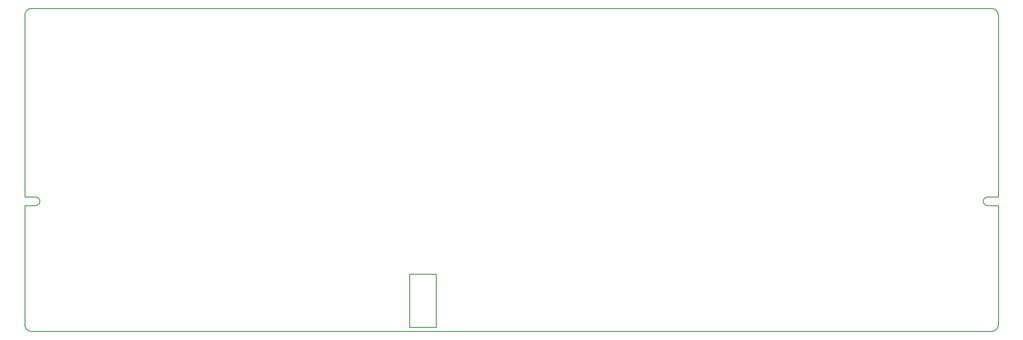
<source format=gko>
G04 Layer: BoardOutline*
G04 EasyEDA v6.1.51, Wed, 19 Jun 2019 13:06:47 GMT*
G04 66271e87440c4271b6eaadeb73023992,1972fb780e03461d8e8e980d21b9fed7,00*
G04 Gerber Generator version 0.2*
G04 Scale: 100 percent, Rotated: No, Reflected: No *
G04 Dimensions in inches *
G04 leading zeros omitted , absolute positions ,2 integer and 4 decimal *
%FSLAX24Y24*%
%MOIN*%
G90*
G70D02*

%ADD10C,0.010000*%
G54D10*
G01X112204Y14511D02*
G01X110930Y14511D01*
G01X110990Y15502D02*
G01X112204Y15502D01*
G75*
G01X110931Y14512D02*
G02X110991Y15503I30J495D01*
G01*
G01X112204Y14512D02*
G01X112204Y787D01*
G75*
G01X1274Y15503D02*
G02X1214Y14513I-30J-495D01*
G01*
G01X1213Y14512D02*
G01X0Y14512D01*
G01X0Y787D01*
G01X0Y36457D02*
G01X0Y15503D01*
G01X1273Y15503D01*
G75*
G01X112204Y787D02*
G02X111406Y0I-787J0D01*
G01*
G01X111405Y0D02*
G01X787Y0D01*
G01X112204Y36456D02*
G01X112204Y15503D01*
G01X8775Y37244D02*
G01X787Y37244D01*
G75*
G01X0Y36457D02*
G02X787Y37244I787J0D01*
G01*
G75*
G01X787Y0D02*
G02X0Y787I0J787D01*
G01*
G75*
G01X111417Y37244D02*
G02X112204Y36457I0J-787D01*
G01*
G01X8776Y37244D02*
G01X111417Y37244D01*
G01X44334Y6622D02*
G01X44334Y480D01*
G01X45976Y485D01*
G01X47405Y480D01*
G01X47405Y6622D01*
G01X44334Y6622D01*

%LPD*%
M00*
M02*

</source>
